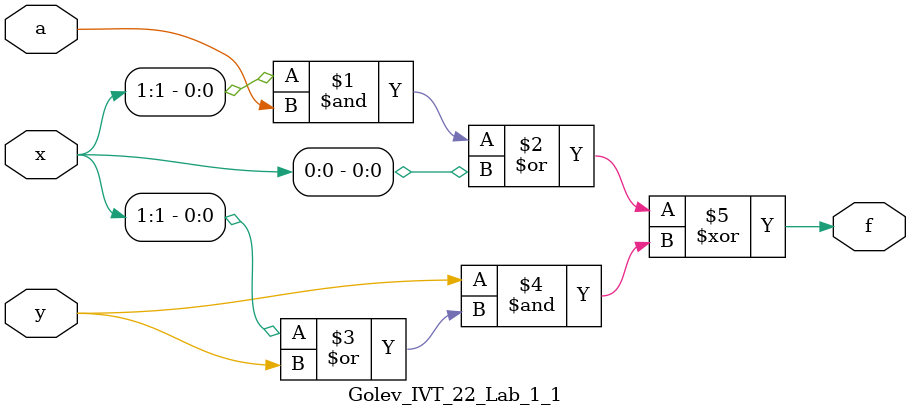
<source format=v>
module Golev_IVT_22_Lab_1_1 (
	input a, y, 		// Строки №2,3,4 являются описанием
	input [1:0] x,		// входов и выходов цифрового устройства
	output f
);

assign f = (x[1] & a | x[0]) ^ y & (x[1] | y);

endmodule	// Ключевые слова module и endmodule
				// отвечают за структуру одного модуля
</source>
